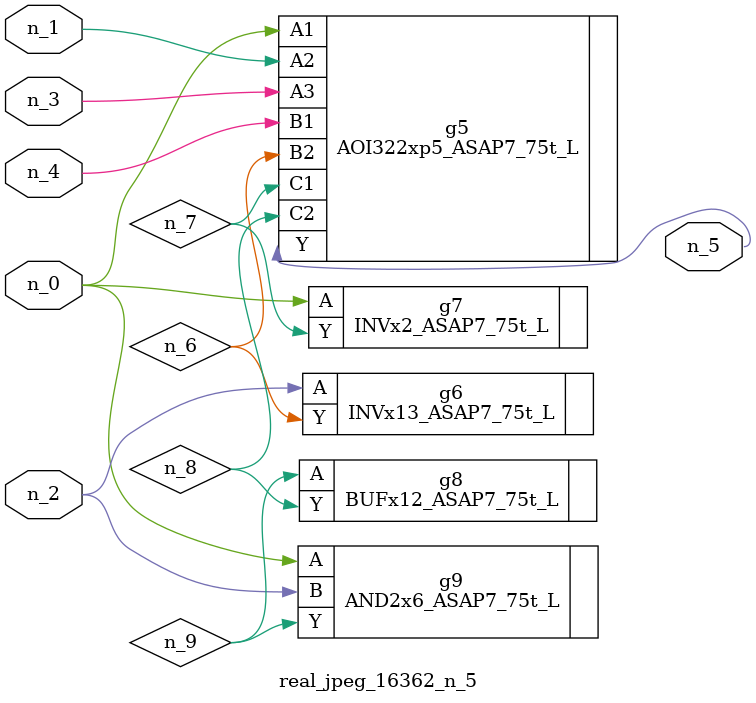
<source format=v>
module real_jpeg_16362_n_5 (n_4, n_0, n_1, n_2, n_3, n_5);

input n_4;
input n_0;
input n_1;
input n_2;
input n_3;

output n_5;

wire n_8;
wire n_6;
wire n_7;
wire n_9;

AOI322xp5_ASAP7_75t_L g5 ( 
.A1(n_0),
.A2(n_1),
.A3(n_3),
.B1(n_4),
.B2(n_6),
.C1(n_7),
.C2(n_8),
.Y(n_5)
);

INVx2_ASAP7_75t_L g7 ( 
.A(n_0),
.Y(n_7)
);

AND2x6_ASAP7_75t_L g9 ( 
.A(n_0),
.B(n_2),
.Y(n_9)
);

INVx13_ASAP7_75t_L g6 ( 
.A(n_2),
.Y(n_6)
);

BUFx12_ASAP7_75t_L g8 ( 
.A(n_9),
.Y(n_8)
);


endmodule
</source>
